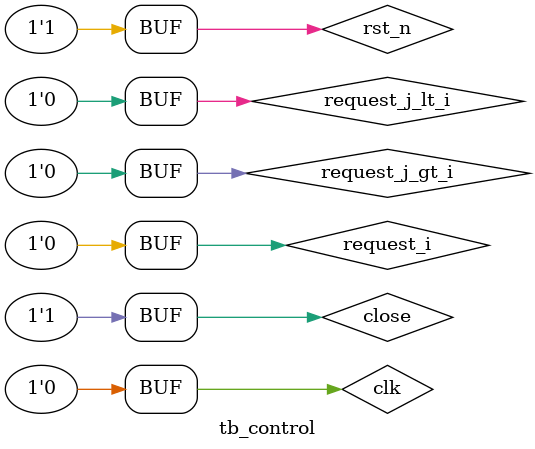
<source format=v>
module tb_control ();
    reg clk, rst_n;       //clock and active low reset signal
    reg request_i;        //input from datapath: = 1 if has request at floor i (i is current floor)
    reg request_j_gt_i;   //input from datapath: = 1 if has request at floor j > i (i is current floor)
    reg request_j_lt_i;   //input from datapath: = 1 if has request at floor j < i (i is current floor)
    wire open;            //open door control
    reg close;          //state the elevator is close (control by submodule open_close_door)
    wire up, down;   

    control duv
    (
        .clk(clk),
        .rst_n(rst_n),
        .request_i(request_i),
        .request_j_gt_i(request_j_gt_i),
        .request_j_lt_i(request_j_lt_i),
        .open(open),
        .close(close),
        .up(up),
        .down(down)
    );

    initial begin
        clk = 0;
        repeat(30) #10 clk = ~clk;
    end
    
    initial begin
        rst_n = 1;
        #10 rst_n = 0;
	    #20 rst_n = 1;
    end

    // initial request_i
    initial begin
        request_i = 0;
        #70 request_i = 1;
        #20 request_i = 0;
        #80 request_i = 1;
        #20 request_i = 0;
    end

    // initial request_j_gt_i
    initial begin
        request_j_gt_i = 0;
        #70 request_j_gt_i = 1;
        #120 request_j_gt_i = 0;
    end

    // initial request_j_lt_i
    initial begin
        request_j_lt_i = 0;
    end

    // initial close
    initial begin
        close = 1;
        #90 close = 0;
        #40 close = 1;
        #60 close = 0;
        #40 close = 1;
    end
    
endmodule
</source>
